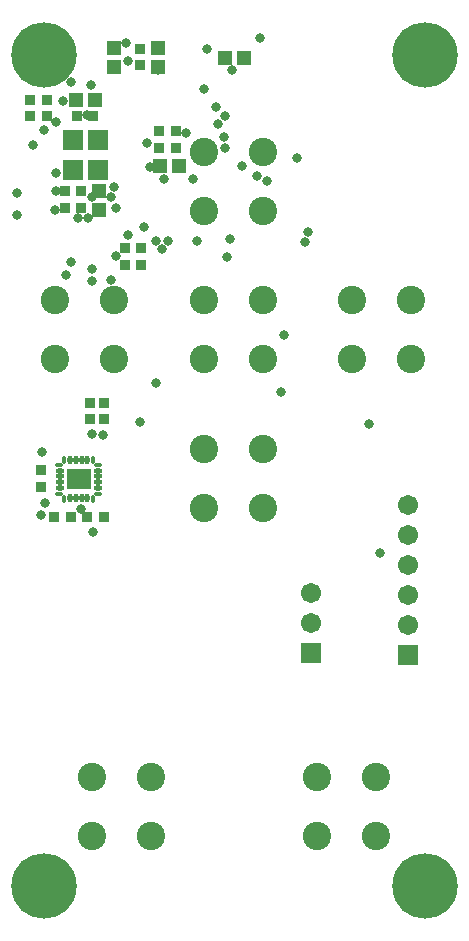
<source format=gbs>
%FSAX24Y24*%
%MOIN*%
G70*
G01*
G75*
G04 Layer_Color=16711935*
%ADD10C,0.0100*%
%ADD11R,0.0300X0.0300*%
%ADD12P,0.0424X4X360.0*%
%ADD13P,0.0424X4X90.0*%
%ADD14R,0.0300X0.0300*%
%ADD15R,0.0118X0.0157*%
%ADD16R,0.0394X0.0413*%
%ADD17R,0.0984X0.1496*%
%ADD18R,0.0197X0.0787*%
%ADD19O,0.0709X0.0118*%
%ADD20O,0.0118X0.0709*%
%ADD21R,0.0394X0.0374*%
%ADD22C,0.0100*%
%ADD23C,0.0300*%
%ADD24C,0.0150*%
%ADD25C,0.0200*%
%ADD26C,0.0866*%
%ADD27C,0.2100*%
%ADD28C,0.0591*%
%ADD29R,0.0591X0.0591*%
%ADD30C,0.0250*%
%ADD31C,0.0260*%
%ADD32R,0.0413X0.0394*%
%ADD33R,0.0630X0.0591*%
%ADD34R,0.0374X0.0394*%
%ADD35R,0.0709X0.0630*%
%ADD36O,0.0079X0.0177*%
%ADD37O,0.0098X0.0197*%
%ADD38O,0.0177X0.0079*%
%ADD39O,0.0197X0.0098*%
%ADD40C,0.0098*%
%ADD41C,0.0236*%
%ADD42C,0.0050*%
%ADD43C,0.0079*%
%ADD44C,0.0180*%
%ADD45R,0.0380X0.0380*%
%ADD46P,0.0537X4X360.0*%
%ADD47P,0.0537X4X90.0*%
%ADD48R,0.0380X0.0380*%
%ADD49R,0.0198X0.0237*%
%ADD50R,0.0474X0.0493*%
%ADD51R,0.1064X0.1576*%
%ADD52R,0.0277X0.0867*%
%ADD53O,0.0789X0.0198*%
%ADD54O,0.0198X0.0789*%
%ADD55R,0.0474X0.0454*%
%ADD56C,0.0946*%
%ADD57C,0.2180*%
%ADD58C,0.0671*%
%ADD59R,0.0671X0.0671*%
%ADD60C,0.0330*%
%ADD61R,0.0493X0.0474*%
%ADD62R,0.0710X0.0671*%
%ADD63R,0.0454X0.0474*%
%ADD64R,0.0789X0.0710*%
%ADD65O,0.0159X0.0257*%
%ADD66O,0.0178X0.0277*%
%ADD67O,0.0257X0.0159*%
%ADD68O,0.0277X0.0178*%
%ADD69C,0.0340*%
D45*
X012700Y027250D02*
D03*
Y026700D02*
D03*
X013150Y027250D02*
D03*
Y026700D02*
D03*
X011850Y034300D02*
D03*
Y033750D02*
D03*
X012400Y034300D02*
D03*
Y033750D02*
D03*
X015550Y035750D02*
D03*
Y036300D02*
D03*
X015000Y035750D02*
D03*
Y036300D02*
D03*
X014350Y039050D02*
D03*
Y038500D02*
D03*
X011050Y025000D02*
D03*
Y024450D02*
D03*
D48*
X011250Y036800D02*
D03*
X010700D02*
D03*
X013850Y031850D02*
D03*
X014400D02*
D03*
X013850Y032400D02*
D03*
X014400D02*
D03*
X012250Y036800D02*
D03*
X012800D02*
D03*
X011250Y037350D02*
D03*
X010700D02*
D03*
X011500Y023450D02*
D03*
X012050D02*
D03*
X012600D02*
D03*
X013150D02*
D03*
D50*
X014950Y039065D02*
D03*
Y038435D02*
D03*
X013000Y034315D02*
D03*
Y033685D02*
D03*
D56*
X014719Y012800D02*
D03*
X012750Y014769D02*
D03*
X014719D02*
D03*
X012750Y012800D02*
D03*
X022218D02*
D03*
X020250Y014769D02*
D03*
X022218D02*
D03*
X020250Y012800D02*
D03*
X018450Y030668D02*
D03*
X016481Y028700D02*
D03*
Y030668D02*
D03*
X018450Y028700D02*
D03*
X013500Y030668D02*
D03*
X011531Y028700D02*
D03*
Y030668D02*
D03*
X013500Y028700D02*
D03*
X023400Y030668D02*
D03*
X021432Y028700D02*
D03*
Y030668D02*
D03*
X023400Y028700D02*
D03*
X018450Y025719D02*
D03*
X016481Y023750D02*
D03*
Y025719D02*
D03*
X018450Y023750D02*
D03*
Y035619D02*
D03*
X016481Y033650D02*
D03*
Y035619D02*
D03*
X018450Y033650D02*
D03*
D57*
X011150Y038850D02*
D03*
X023850D02*
D03*
Y011150D02*
D03*
X011150D02*
D03*
D58*
X020050Y020900D02*
D03*
Y019900D02*
D03*
X023300Y023850D02*
D03*
Y022850D02*
D03*
Y021850D02*
D03*
Y020850D02*
D03*
Y019850D02*
D03*
D59*
X020050Y018900D02*
D03*
X023300Y018850D02*
D03*
D60*
X022350Y022250D02*
D03*
X016250Y032650D02*
D03*
X014700Y035100D02*
D03*
X014600Y035900D02*
D03*
X011550Y034300D02*
D03*
X012600Y036850D02*
D03*
X011550Y036600D02*
D03*
X011150Y036350D02*
D03*
X019850Y032600D02*
D03*
X019950Y032950D02*
D03*
X017150Y036100D02*
D03*
X017750Y035150D02*
D03*
X013900Y039250D02*
D03*
X013960Y038661D02*
D03*
X014950Y038332D02*
D03*
X017415Y038350D02*
D03*
X018350Y039400D02*
D03*
X016600Y039050D02*
D03*
X019050Y027600D02*
D03*
X013500Y034450D02*
D03*
X022000Y026550D02*
D03*
X016950Y036550D02*
D03*
X017200Y035750D02*
D03*
Y036800D02*
D03*
X016900Y037100D02*
D03*
X019600Y035400D02*
D03*
X018250Y034800D02*
D03*
X017350Y032700D02*
D03*
X010800Y035850D02*
D03*
X011550Y034900D02*
D03*
X012750Y026200D02*
D03*
X011515Y033685D02*
D03*
X011900Y031500D02*
D03*
X013550Y032150D02*
D03*
X013950Y032850D02*
D03*
X014500Y033100D02*
D03*
X013117Y026167D02*
D03*
X012050Y031950D02*
D03*
X012610Y033400D02*
D03*
X014346Y026600D02*
D03*
X014900Y027900D02*
D03*
X015900Y036250D02*
D03*
X015150Y034700D02*
D03*
X015300Y032650D02*
D03*
X016115Y034700D02*
D03*
X012750Y034100D02*
D03*
X012283Y033415D02*
D03*
X012764Y031300D02*
D03*
X013400Y031350D02*
D03*
X012750Y031700D02*
D03*
X010250Y034250D02*
D03*
Y033500D02*
D03*
X014900Y032650D02*
D03*
X015100Y032365D02*
D03*
X019150Y029500D02*
D03*
X017250Y032100D02*
D03*
X013400Y034100D02*
D03*
X013550Y033750D02*
D03*
X018600Y034650D02*
D03*
X016500Y037700D02*
D03*
X012735Y037850D02*
D03*
X012050Y037950D02*
D03*
X011800Y037300D02*
D03*
X011200Y023900D02*
D03*
X012800Y022950D02*
D03*
X011100Y025600D02*
D03*
X012400Y023700D02*
D03*
X011050Y023500D02*
D03*
D61*
X017815Y038750D02*
D03*
X017185D02*
D03*
X015035Y035150D02*
D03*
X015665D02*
D03*
X012865Y037350D02*
D03*
X012235D02*
D03*
D62*
X012122Y036014D02*
D03*
X012965D02*
D03*
X012122Y035014D02*
D03*
X012965D02*
D03*
D63*
X013500Y038435D02*
D03*
Y039065D02*
D03*
D64*
X012308Y024700D02*
D03*
D65*
X012800Y025340D02*
D03*
X011816D02*
D03*
Y024060D02*
D03*
X012800D02*
D03*
D66*
X012603Y025330D02*
D03*
X012406D02*
D03*
X012209D02*
D03*
X012013D02*
D03*
Y024070D02*
D03*
X012209D02*
D03*
X012406D02*
D03*
X012603D02*
D03*
D67*
X011668Y025192D02*
D03*
Y024208D02*
D03*
X012948D02*
D03*
Y025192D02*
D03*
D68*
X011678Y024995D02*
D03*
Y024798D02*
D03*
Y024602D02*
D03*
Y024405D02*
D03*
X012938D02*
D03*
Y024602D02*
D03*
Y024798D02*
D03*
Y024995D02*
D03*
D69*
X012308Y024700D02*
D03*
M02*

</source>
